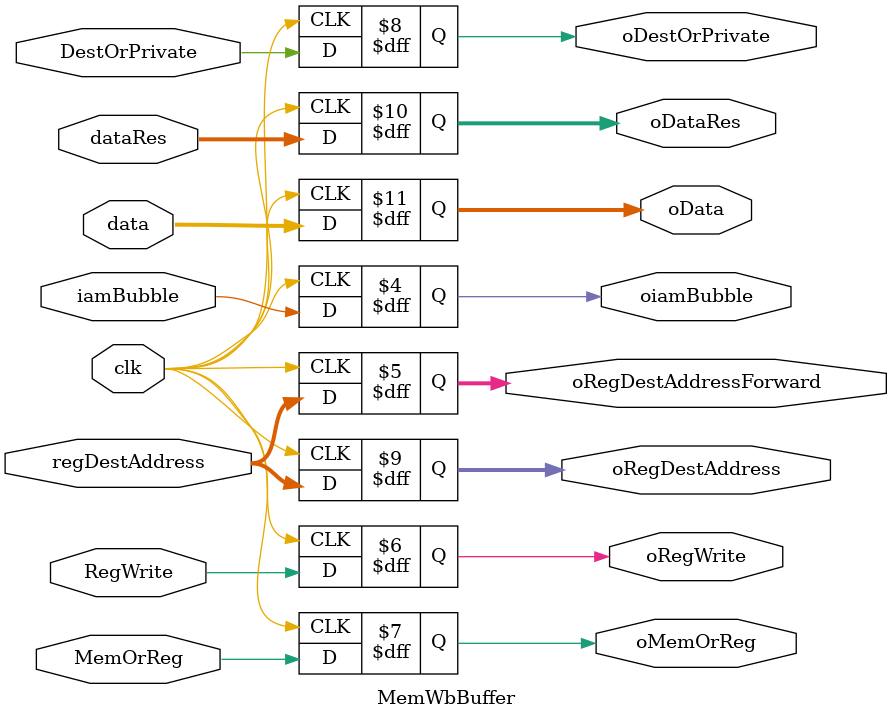
<source format=v>
module MemWbBuffer (
	input RegWrite, MemOrReg, DestOrPrivate, iamBubble, clk,
	input [3:0] regDestAddress,
	input [15:0] dataRes, data,
	output reg oRegWrite, oMemOrReg, oDestOrPrivate, oiamBubble,
	output reg [3:0] oRegDestAddress, oRegDestAddressForward,
	output reg [15:0] oDataRes, oData
);

  initial begin
    oRegWrite = 0;
    oMemOrReg = 0;
    oDestOrPrivate = 0;
    oRegDestAddress = 0;
    oDataRes = 0;
    oData = 0;
    oRegDestAddressForward = 0;
    oiamBubble = 0;
  end


  always @(negedge clk) begin
    oRegWrite = RegWrite;
    oMemOrReg = MemOrReg;
    oDestOrPrivate = DestOrPrivate;
    oRegDestAddress = regDestAddress;
    oDataRes = dataRes;
    oData = data;
  end

  always @(posedge clk) begin
    oRegDestAddressForward = regDestAddress;
    oiamBubble = iamBubble;
  end

endmodule

</source>
